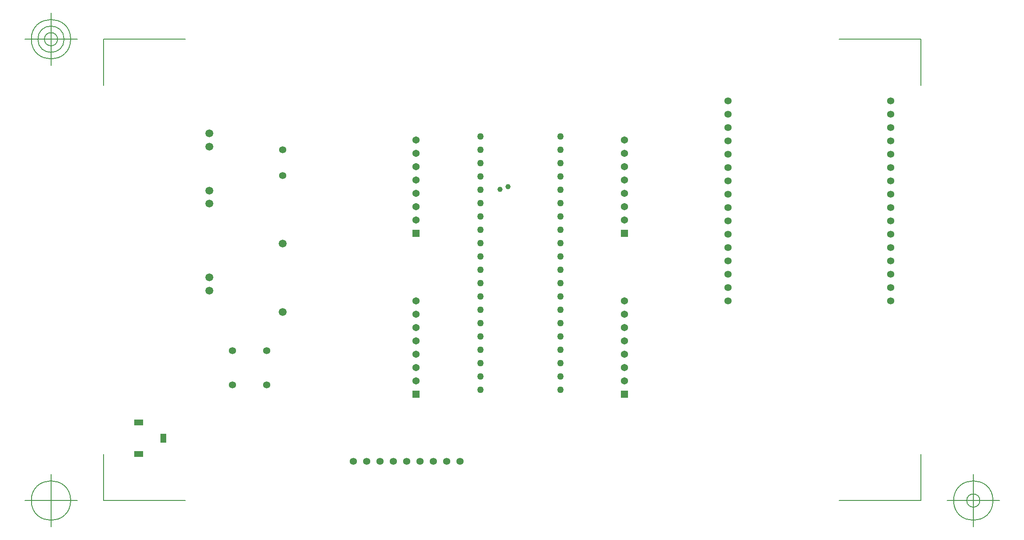
<source format=gbr>
G04 Generated by Ultiboard 13.0 *
%FSLAX24Y24*%
%MOIN*%

%ADD10C,0.0001*%
%ADD11C,0.0001*%
%ADD12C,0.0050*%
%ADD13C,0.0540*%
%ADD14R,0.0540X0.0540*%
%ADD15C,0.0500*%
%ADD16C,0.0534*%
%ADD17C,0.0591*%
%ADD18C,0.0394*%


G04 ColorRGB 9900CC for the following layer *
%LNSolder Mask Bottom*%
%LPD*%
G54D10*
G54D11*
G36*
X2579Y2359D02*
X2579Y2359D01*
X2579Y2753D01*
X1949Y2753D01*
X1949Y2359D01*
X2579Y2359D01*
D02*
G37*
X2579Y2753D01*
X1949Y2753D01*
X1949Y2359D01*
X2579Y2359D01*
G36*
X2579Y4721D02*
X2579Y4721D01*
X2579Y5115D01*
X1949Y5115D01*
X1949Y4721D01*
X2579Y4721D01*
D02*
G37*
X2579Y5115D01*
X1949Y5115D01*
X1949Y4721D01*
X2579Y4721D01*
G36*
X3917Y3422D02*
X3917Y3422D01*
X4311Y3422D01*
X4311Y4052D01*
X3917Y4052D01*
X3917Y3422D01*
D02*
G37*
X4311Y3422D01*
X4311Y4052D01*
X3917Y4052D01*
X3917Y3422D01*
G54D12*
X-350Y-950D02*
X-350Y2510D01*
X-350Y-950D02*
X5780Y-950D01*
X60950Y-950D02*
X54820Y-950D01*
X60950Y-950D02*
X60950Y2510D01*
X60950Y33650D02*
X60950Y30190D01*
X60950Y33650D02*
X54820Y33650D01*
X-350Y33650D02*
X5780Y33650D01*
X-350Y33650D02*
X-350Y30190D01*
X-2319Y-950D02*
X-6256Y-950D01*
X-4287Y-2919D02*
X-4287Y1019D01*
X-5763Y-950D02*
G75*
D01*
G02X-5763Y-950I1476J0*
G01*
X62919Y-950D02*
X66856Y-950D01*
X64887Y-2919D02*
X64887Y1019D01*
X63411Y-950D02*
G75*
D01*
G02X63411Y-950I1476J0*
G01*
X64395Y-950D02*
G75*
D01*
G02X64395Y-950I492J0*
G01*
X-2319Y33650D02*
X-6256Y33650D01*
X-4287Y31681D02*
X-4287Y35619D01*
X-5763Y33650D02*
G75*
D01*
G02X-5763Y33650I1476J0*
G01*
X-5271Y33650D02*
G75*
D01*
G02X-5271Y33650I984J0*
G01*
X-4779Y33650D02*
G75*
D01*
G02X-4779Y33650I492J0*
G01*
G54D13*
X23100Y26100D03*
X23100Y25100D03*
X23100Y24100D03*
X23100Y23100D03*
X23100Y22100D03*
X23100Y21100D03*
X23100Y20100D03*
X38732Y26100D03*
X38732Y25100D03*
X38732Y24100D03*
X38732Y23100D03*
X38732Y22100D03*
X38732Y21100D03*
X38732Y20100D03*
X23100Y14022D03*
X23100Y13022D03*
X23100Y12022D03*
X23100Y11022D03*
X23100Y10022D03*
X23100Y9022D03*
X23100Y8022D03*
X38732Y14022D03*
X38732Y13022D03*
X38732Y12022D03*
X38732Y11022D03*
X38732Y10022D03*
X38732Y9022D03*
X38732Y8022D03*
G54D14*
X23100Y19100D03*
X38732Y19100D03*
X23100Y7022D03*
X38732Y7022D03*
G54D15*
X33916Y12354D03*
X27916Y12354D03*
X27916Y9354D03*
X27916Y8354D03*
X27916Y7354D03*
X27916Y11354D03*
X27916Y10354D03*
X27916Y18354D03*
X27916Y15354D03*
X27916Y14354D03*
X27916Y13354D03*
X27916Y17354D03*
X27916Y16354D03*
X27916Y21354D03*
X27916Y20354D03*
X27916Y19354D03*
X27916Y24354D03*
X27916Y23354D03*
X27916Y22354D03*
X27916Y25354D03*
X27916Y26354D03*
X33916Y9354D03*
X33916Y8354D03*
X33916Y7354D03*
X33916Y11354D03*
X33916Y10354D03*
X33916Y18354D03*
X33916Y15354D03*
X33916Y14354D03*
X33916Y13354D03*
X33916Y16354D03*
X33916Y17354D03*
X33916Y21354D03*
X33916Y19354D03*
X33916Y20354D03*
X33916Y24354D03*
X33916Y22354D03*
X33916Y23354D03*
X33916Y25354D03*
X33916Y26354D03*
G54D16*
X46498Y29032D03*
X46498Y28032D03*
X46498Y27032D03*
X46498Y26032D03*
X46498Y25032D03*
X46498Y24032D03*
X46498Y23032D03*
X46498Y22032D03*
X46498Y21032D03*
X46498Y20032D03*
X46498Y19032D03*
X46498Y18032D03*
X46498Y17032D03*
X46498Y16032D03*
X46498Y15032D03*
X46498Y14032D03*
X58702Y29032D03*
X58702Y28032D03*
X58702Y27032D03*
X58702Y26032D03*
X58702Y25032D03*
X58702Y24032D03*
X58702Y23032D03*
X58702Y22032D03*
X58702Y21032D03*
X58702Y20032D03*
X58702Y19032D03*
X58702Y18032D03*
X58702Y17032D03*
X58702Y16032D03*
X58702Y15032D03*
X58702Y14032D03*
X13097Y23439D03*
X13097Y25361D03*
X9320Y7720D03*
X11880Y7720D03*
X9320Y10280D03*
X11880Y10280D03*
X18400Y2000D03*
X19400Y2000D03*
X20400Y2000D03*
X21400Y2000D03*
X22400Y2000D03*
X23400Y2000D03*
X24400Y2000D03*
X25400Y2000D03*
X26400Y2000D03*
G54D17*
X13103Y18318D03*
X13103Y13200D03*
X7578Y15784D03*
X7578Y14800D03*
X7578Y22292D03*
X7578Y21308D03*
X7578Y26584D03*
X7578Y25600D03*
G54D18*
X29400Y22400D03*
X30000Y22600D03*

M02*

</source>
